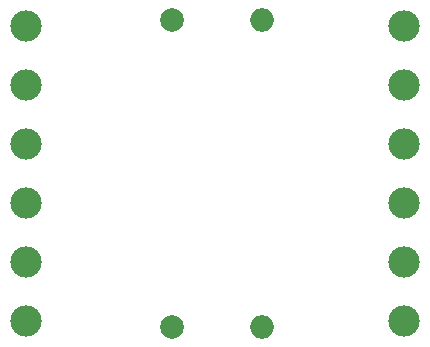
<source format=gbr>
G04 #@! TF.FileFunction,Soldermask,Bot*
%FSLAX46Y46*%
G04 Gerber Fmt 4.6, Leading zero omitted, Abs format (unit mm)*
G04 Created by KiCad (PCBNEW 4.0.7) date 01/17/18 22:37:03*
%MOMM*%
%LPD*%
G01*
G04 APERTURE LIST*
%ADD10C,0.100000*%
%ADD11C,2.000000*%
%ADD12O,2.000000X2.000000*%
%ADD13C,2.650000*%
G04 APERTURE END LIST*
D10*
D11*
X186380000Y-74000000D03*
D12*
X194000000Y-74000000D03*
D11*
X186380000Y-100000000D03*
D12*
X194000000Y-100000000D03*
D13*
X206000000Y-74500000D03*
X206000000Y-79500000D03*
X206000000Y-84500000D03*
X206000000Y-89500000D03*
X206000000Y-94500000D03*
X206000000Y-99500000D03*
X174000000Y-99500000D03*
X174000000Y-94500000D03*
X174000000Y-89500000D03*
X174000000Y-84500000D03*
X174000000Y-79500000D03*
X174000000Y-74500000D03*
M02*

</source>
